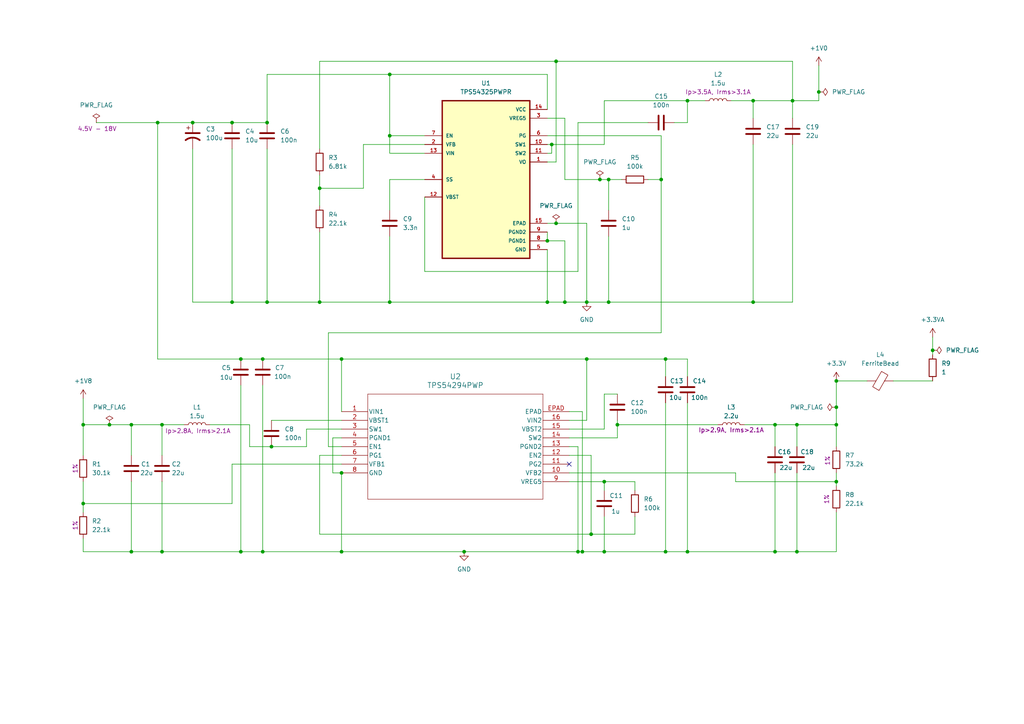
<source format=kicad_sch>
(kicad_sch (version 20250114) (generator "eeschema") (generator_version "9.0")
  (paper "A4")
  (title_block (title "FPGA power source") (date "2025-09-08") (rev "0"))
  (lib_symbols
    (symbol "Device:C" (pin_numbers (hide yes)) (pin_names (offset 0.254))
      (property "Reference" "C" (at 0.635 2.54 0))
      (property "Value" "C" (at 0.635 -2.54 0))
      (symbol "C_0_1"
        (polyline (pts (xy -2.032 0.762) (xy 2.032 0.762)) (stroke (width 0.508)))
        (polyline (pts (xy -2.032 -0.762) (xy 2.032 -0.762)) (stroke (width 0.508)))
      )
      (symbol "C_1_1"
        (pin passive line (at 0 3.81 270) (length 2.794) (name "~") (number "1"))
        (pin passive line (at 0 -3.81 90) (length 2.794) (name "~") (number "2"))
      )
    )
    (symbol "Device:C_Polarized_US" (pin_numbers (hide yes)) (pin_names (offset 0.254) (hide yes))
      (property "Reference" "C" (at 0.635 2.54 0))
      (property "Value" "C_Polarized_US" (at 0.635 -2.54 0))
      (symbol "C_Polarized_US_0_1"
        (polyline (pts (xy -2.032 0.762) (xy 2.032 0.762)) (stroke (width 0.508)))
        (polyline (pts (xy -1.778 2.286) (xy -0.762 2.286)))
        (polyline (pts (xy -1.27 1.778) (xy -1.27 2.794)))
        (arc (start -2.032 -1.27) (mid 0 -0.5572) (end 2.032 -1.27) (stroke (width 0.508)))
      )
      (symbol "C_Polarized_US_1_1"
        (pin passive line (at 0 3.81 270) (length 2.794) (name "~") (number "1"))
        (pin passive line (at 0 -3.81 90) (length 3.302) (name "~") (number "2"))
      )
    )
    (symbol "Device:FerriteBead" (pin_numbers (hide yes)) (pin_names (offset 0))
      (property "Reference" "FB" (at -3.81 0.635 90))
      (property "Value" "FerriteBead" (at 3.81 0 90))
      (symbol "FerriteBead_0_1"
        (polyline (pts (xy -2.7686 0.4064) (xy -1.7018 2.2606) (xy 2.7686 -0.3048) (xy 1.6764 -2.159) (xy -2.7686 0.4064)))
        (polyline (pts (xy 0 1.27) (xy 0 1.2954)))
        (polyline (pts (xy 0 -1.27) (xy 0 -1.2192)))
      )
      (symbol "FerriteBead_1_1"
        (pin passive line (at 0 3.81 270) (length 2.54) (name "~") (number "1"))
        (pin passive line (at 0 -3.81 90) (length 2.54) (name "~") (number "2"))
      )
    )
    (symbol "Device:L" (pin_numbers (hide yes)) (pin_names (offset 1.016) (hide yes))
      (property "Reference" "L" (at -1.27 0 90))
      (property "Value" "L" (at 1.905 0 90))
      (symbol "L_0_1"
        (arc (start 0 2.54) (mid 0.6323 1.905) (end 0 1.27))
        (arc (start 0 1.27) (mid 0.6323 0.635) (end 0 0))
        (arc (start 0 0) (mid 0.6323 -0.635) (end 0 -1.27))
        (arc (start 0 -1.27) (mid 0.6323 -1.905) (end 0 -2.54))
      )
      (symbol "L_1_1"
        (pin passive line (at 0 3.81 270) (length 1.27) (name "1") (number "1"))
        (pin passive line (at 0 -3.81 90) (length 1.27) (name "2") (number "2"))
      )
    )
    (symbol "Device:R" (pin_numbers (hide yes)) (pin_names (offset 0))
      (property "Reference" "R" (at 2.032 0 90))
      (property "Value" "R" (at 0 0 90))
      (symbol "R_0_1"
        (rectangle (start -1.016 -2.54) (end 1.016 2.54) (stroke (width 0.254)))
      )
      (symbol "R_1_1"
        (pin passive line (at 0 3.81 270) (length 1.27) (name "~") (number "1"))
        (pin passive line (at 0 -3.81 90) (length 1.27) (name "~") (number "2"))
      )
    )
    (symbol "R_1" (pin_numbers (hide yes)) (pin_names (offset 0))
      (property "Reference" "R" (at 2.032 0 90))
      (property "Value" "R" (at 0 0 90))
      (symbol "R_1_0_1"
        (rectangle (start -1.016 -2.54) (end 1.016 2.54) (stroke (width 0.254)))
      )
      (symbol "R_1_1_1"
        (pin passive line (at 0 3.81 270) (length 1.27) (name "~") (number "1"))
        (pin passive line (at 0 -3.81 90) (length 1.27) (name "~") (number "2"))
      )
    )
    (symbol "TPS54294:TPS54294PWP" (pin_names (offset 0.254))
      (property "Reference" "U" (at 33.02 10.16 0))
      (property "Value" "TPS54294PWP" (at 33.02 7.62 0))
      (symbol "TPS54294PWP_0_1"
        (polyline (pts (xy 7.62 5.08) (xy 7.62 -25.4)) (stroke (width 0.127)))
        (polyline (pts (xy 7.62 -25.4) (xy 58.42 -25.4)) (stroke (width 0.127)))
        (polyline (pts (xy 58.42 5.08) (xy 7.62 5.08)) (stroke (width 0.127)))
        (polyline (pts (xy 58.42 -25.4) (xy 58.42 5.08)) (stroke (width 0.127)))
        (pin input line (at 0 0 0) (length 7.62) (name "VIN1") (number "1"))
        (pin input line (at 0 -2.54 0) (length 7.62) (name "VBST1") (number "2"))
        (pin bidirectional line (at 0 -5.08 0) (length 7.62) (name "SW1") (number "3"))
        (pin bidirectional line (at 0 -7.62 0) (length 7.62) (name "PGND1") (number "4"))
        (pin input line (at 0 -10.16 0) (length 7.62) (name "EN1") (number "5"))
        (pin output line (at 0 -12.7 0) (length 7.62) (name "PG1") (number "6"))
        (pin input line (at 0 -15.24 0) (length 7.62) (name "VFB1") (number "7"))
        (pin bidirectional line (at 0 -17.78 0) (length 7.62) (name "GND") (number "8"))
        (pin unspecified line (at 66.04 0 180) (length 7.62) (name "EPAD") (number "EPAD"))
        (pin input line (at 66.04 -2.54 180) (length 7.62) (name "VIN2") (number "16"))
        (pin input line (at 66.04 -5.08 180) (length 7.62) (name "VBST2") (number "15"))
        (pin bidirectional line (at 66.04 -7.62 180) (length 7.62) (name "SW2") (number "14"))
        (pin bidirectional line (at 66.04 -10.16 180) (length 7.62) (name "PGND2") (number "13"))
        (pin input line (at 66.04 -12.7 180) (length 7.62) (name "EN2") (number "12"))
        (pin output line (at 66.04 -15.24 180) (length 7.62) (name "PG2") (number "11"))
        (pin input line (at 66.04 -17.78 180) (length 7.62) (name "VFB2") (number "10"))
        (pin output line (at 66.04 -20.32 180) (length 7.62) (name "VREG5") (number "9"))
      )
    )
    (symbol "TPS54325:TPS54325PWPR" (pin_names (offset 1.016))
      (property "Reference" "U" (at -12.7 23.86 0))
      (property "Value" "TPS54325PWPR" (at -12.7 -26.86 0))
      (symbol "TPS54325PWPR_0_0"
        (rectangle (start -12.7 -22.86) (end 12.7 22.86) (stroke (width 0.41)) (fill (type background)))
        (pin input line (at -17.78 12.7 0) (length 5.08) (name "EN") (number "7"))
        (pin input line (at -17.78 10.16 0) (length 5.08) (name "VFB") (number "2"))
        (pin input line (at -17.78 7.62 0) (length 5.08) (name "VIN") (number "13"))
        (pin bidirectional line (at -17.78 0 0) (length 5.08) (name "SS") (number "4"))
        (pin bidirectional line (at -17.78 -5.08 0) (length 5.08) (name "VBST") (number "12"))
        (pin power_in line (at 17.78 20.32 180) (length 5.08) (name "VCC") (number "14"))
        (pin power_in line (at 17.78 17.78 180) (length 5.08) (name "VREG5") (number "3"))
        (pin output line (at 17.78 12.7 180) (length 5.08) (name "PG") (number "6"))
        (pin output line (at 17.78 10.16 180) (length 5.08) (name "SW1") (number "10"))
        (pin output line (at 17.78 7.62 180) (length 5.08) (name "SW2") (number "11"))
        (pin output line (at 17.78 5.08 180) (length 5.08) (name "VO") (number "1"))
        (pin power_in line (at 17.78 -12.7 180) (length 5.08) (name "EPAD") (number "15"))
        (pin power_in line (at 17.78 -15.24 180) (length 5.08) (name "PGND2") (number "9"))
        (pin power_in line (at 17.78 -17.78 180) (length 5.08) (name "PGND1") (number "8"))
        (pin power_in line (at 17.78 -20.32 180) (length 5.08) (name "GND") (number "5"))
      )
    )
    (symbol "power:+1V0" (power) (pin_numbers (hide yes)) (pin_names (offset 0) (hide yes))
      (property "Value" "+1V0" (at 0 3.556 0))
      (symbol "+1V0_0_1"
        (polyline (pts (xy -0.762 1.27) (xy 0 2.54)))
        (polyline (pts (xy 0 2.54) (xy 0.762 1.27)))
        (polyline (pts (xy 0 0) (xy 0 2.54)))
      )
      (symbol "+1V0_1_1"
        (pin power_in line (at 0 0 90) (length 0) (name "~") (number "1"))
      )
    )
    (symbol "power:+1V8" (power) (pin_numbers (hide yes)) (pin_names (offset 0) (hide yes))
      (property "Value" "+1V8" (at 0 3.556 0))
      (symbol "+1V8_0_1"
        (polyline (pts (xy -0.762 1.27) (xy 0 2.54)))
        (polyline (pts (xy 0 2.54) (xy 0.762 1.27)))
        (polyline (pts (xy 0 0) (xy 0 2.54)))
      )
      (symbol "+1V8_1_1"
        (pin power_in line (at 0 0 90) (length 0) (name "~") (number "1"))
      )
    )
    (symbol "power:+3.3V" (power) (pin_numbers (hide yes)) (pin_names (offset 0) (hide yes))
      (property "Value" "+3.3V" (at 0 3.556 0))
      (symbol "+3.3V_0_1"
        (polyline (pts (xy -0.762 1.27) (xy 0 2.54)))
        (polyline (pts (xy 0 2.54) (xy 0.762 1.27)))
        (polyline (pts (xy 0 0) (xy 0 2.54)))
      )
      (symbol "+3.3V_1_1"
        (pin power_in line (at 0 0 90) (length 0) (name "~") (number "1"))
      )
    )
    (symbol "power:+3.3VA" (power) (pin_numbers (hide yes)) (pin_names (offset 0) (hide yes))
      (property "Value" "+3.3VA" (at 0 3.556 0))
      (symbol "+3.3VA_0_1"
        (polyline (pts (xy -0.762 1.27) (xy 0 2.54)))
        (polyline (pts (xy 0 2.54) (xy 0.762 1.27)))
        (polyline (pts (xy 0 0) (xy 0 2.54)))
      )
      (symbol "+3.3VA_1_1"
        (pin power_in line (at 0 0 90) (length 0) (name "~") (number "1"))
      )
    )
    (symbol "power:GND" (power) (pin_numbers (hide yes)) (pin_names (offset 0) (hide yes))
      (property "Value" "GND" (at 0 -3.81 0))
      (symbol "GND_0_1"
        (polyline (pts (xy 0 0) (xy 0 -1.27) (xy 1.27 -1.27) (xy 0 -2.54) (xy -1.27 -1.27) (xy 0 -1.27)))
      )
      (symbol "GND_1_1"
        (pin power_in line (at 0 0 270) (length 0) (name "~") (number "1"))
      )
    )
    (symbol "power:PWR_FLAG" (power) (pin_numbers (hide yes)) (pin_names (offset 0) (hide yes))
      (property "Value" "PWR_FLAG" (at 0 3.81 0))
      (symbol "PWR_FLAG_0_0"
        (pin power_out line (at 0 0 90) (length 0) (name "~") (number "1"))
      )
      (symbol "PWR_FLAG_0_1"
        (polyline (pts (xy 0 0) (xy 0 1.27) (xy -1.016 1.905) (xy 0 2.54) (xy 1.016 1.905) (xy 0 1.27)))
      )
    )
  )
  (junction (at 175.26 139.7))
  (junction (at 229.87 29.21))
  (junction (at 170.18 87.63))
  (junction (at 191.77 52.07))
  (junction (at 171.45 154.94))
  (junction (at 99.06 104.14))
  (junction (at 99.06 160.02))
  (junction (at 170.18 104.14))
  (junction (at 218.44 29.21))
  (junction (at 113.03 21.59))
  (junction (at 224.79 160.02))
  (junction (at 31.75 123.19))
  (junction (at 67.31 87.63))
  (junction (at 158.75 69.85))
  (junction (at 163.83 87.63))
  (junction (at 218.44 87.63))
  (junction (at 113.03 87.63))
  (junction (at 167.64 160.02))
  (junction (at 77.47 87.63))
  (junction (at 199.39 160.02))
  (junction (at 242.57 118.11))
  (junction (at 179.07 123.19))
  (junction (at 270.51 101.6))
  (junction (at 46.99 160.02))
  (junction (at 45.72 35.56))
  (junction (at 224.79 123.19))
  (junction (at 76.2 104.14))
  (junction (at 46.99 123.19))
  (junction (at 38.1 123.19))
  (junction (at 242.57 123.19))
  (junction (at 38.1 160.02))
  (junction (at 77.47 35.56))
  (junction (at 231.14 123.19))
  (junction (at 158.75 87.63))
  (junction (at 24.13 123.19))
  (junction (at 242.57 110.49))
  (junction (at 176.53 52.07))
  (junction (at 113.03 39.37))
  (junction (at 231.14 160.02))
  (junction (at 199.39 29.21))
  (junction (at 160.02 41.91))
  (junction (at 168.91 160.02))
  (junction (at 55.88 35.56))
  (junction (at 24.13 146.05))
  (junction (at 69.85 160.02))
  (junction (at 237.49 26.67))
  (junction (at 78.74 129.54))
  (junction (at 67.31 35.56))
  (junction (at 134.62 160.02))
  (junction (at 176.53 87.63))
  (junction (at 242.57 139.7))
  (junction (at 92.71 54.61))
  (junction (at 92.71 87.63))
  (junction (at 193.04 104.14))
  (junction (at 69.85 104.14))
  (junction (at 161.29 17.78))
  (junction (at 173.99 52.07))
  (junction (at 175.26 160.02))
  (junction (at 99.06 137.16))
  (junction (at 193.04 160.02))
  (junction (at 161.29 64.77))
  (junction (at 76.2 160.02))
  (no_connect (at 165.1 134.62))
  (wire (pts (xy 191.77 52.07) (xy 191.77 39.37)))
  (wire (pts (xy 163.83 52.07) (xy 173.99 52.07)))
  (wire (pts (xy 158.75 21.59) (xy 113.03 21.59)))
  (wire (pts (xy 46.99 160.02) (xy 69.85 160.02)))
  (wire (pts (xy 105.41 41.91) (xy 105.41 54.61)))
  (wire (pts (xy 99.06 132.08) (xy 92.71 132.08)))
  (wire (pts (xy 242.57 123.19) (xy 231.14 123.19)))
  (wire (pts (xy 170.18 104.14) (xy 170.18 121.92)))
  (wire (pts (xy 38.1 160.02) (xy 46.99 160.02)))
  (wire (pts (xy 167.64 160.02) (xy 168.91 160.02)))
  (wire (pts (xy 72.39 129.54) (xy 72.39 123.19)))
  (wire (pts (xy 193.04 109.22) (xy 193.04 104.14)))
  (wire (pts (xy 95.25 96.52) (xy 95.25 129.54)))
  (wire (pts (xy 67.31 87.63) (xy 77.47 87.63)))
  (wire (pts (xy 193.04 116.84) (xy 193.04 160.02)))
  (wire (pts (xy 76.2 160.02) (xy 99.06 160.02)))
  (wire (pts (xy 161.29 46.99) (xy 161.29 17.78)))
  (wire (pts (xy 224.79 137.16) (xy 224.79 160.02)))
  (wire (pts (xy 24.13 139.7) (xy 24.13 146.05)))
  (wire (pts (xy 99.06 104.14) (xy 170.18 104.14)))
  (wire (pts (xy 231.14 137.16) (xy 231.14 160.02)))
  (wire (pts (xy 78.74 121.92) (xy 99.06 121.92)))
  (wire (pts (xy 24.13 123.19) (xy 24.13 132.08)))
  (wire (pts (xy 237.49 29.21) (xy 237.49 26.67)))
  (wire (pts (xy 173.99 52.07) (xy 176.53 52.07)))
  (wire (pts (xy 77.47 21.59) (xy 77.47 35.56)))
  (wire (pts (xy 92.71 87.63) (xy 113.03 87.63)))
  (wire (pts (xy 55.88 35.56) (xy 67.31 35.56)))
  (wire (pts (xy 99.06 124.46) (xy 88.9 124.46)))
  (wire (pts (xy 113.03 68.58) (xy 113.03 87.63)))
  (wire (pts (xy 179.07 123.19) (xy 179.07 121.92)))
  (wire (pts (xy 113.03 21.59) (xy 77.47 21.59)))
  (wire (pts (xy 176.53 68.58) (xy 176.53 87.63)))
  (wire (pts (xy 69.85 104.14) (xy 76.2 104.14)))
  (wire (pts (xy 229.87 29.21) (xy 237.49 29.21)))
  (wire (pts (xy 191.77 52.07) (xy 191.77 96.52)))
  (wire (pts (xy 113.03 21.59) (xy 113.03 39.37)))
  (wire (pts (xy 92.71 154.94) (xy 171.45 154.94)))
  (wire (pts (xy 176.53 52.07) (xy 176.53 60.96)))
  (wire (pts (xy 259.08 110.49) (xy 270.51 110.49)))
  (wire (pts (xy 92.71 67.31) (xy 92.71 87.63)))
  (wire (pts (xy 92.71 17.78) (xy 92.71 43.18)))
  (wire (pts (xy 237.49 26.67) (xy 237.49 19.05)))
  (wire (pts (xy 229.87 29.21) (xy 229.87 34.29)))
  (wire (pts (xy 99.06 134.62) (xy 67.31 134.62)))
  (wire (pts (xy 67.31 43.18) (xy 67.31 87.63)))
  (wire (pts (xy 242.57 110.49) (xy 251.46 110.49)))
  (wire (pts (xy 99.06 127) (xy 96.52 127)))
  (wire (pts (xy 96.52 137.16) (xy 99.06 137.16)))
  (wire (pts (xy 165.1 132.08) (xy 171.45 132.08)))
  (wire (pts (xy 77.47 87.63) (xy 92.71 87.63)))
  (wire (pts (xy 123.19 57.15) (xy 123.19 78.74)))
  (wire (pts (xy 113.03 39.37) (xy 123.19 39.37)))
  (wire (pts (xy 184.15 149.86) (xy 184.15 154.94)))
  (wire (pts (xy 170.18 87.63) (xy 176.53 87.63)))
  (wire (pts (xy 175.26 139.7) (xy 175.26 142.24)))
  (wire (pts (xy 175.26 149.86) (xy 175.26 160.02)))
  (wire (pts (xy 199.39 35.56) (xy 199.39 29.21)))
  (wire (pts (xy 113.03 87.63) (xy 158.75 87.63)))
  (wire (pts (xy 45.72 35.56) (xy 45.72 104.14)))
  (wire (pts (xy 242.57 139.7) (xy 242.57 140.97)))
  (wire (pts (xy 231.14 123.19) (xy 224.79 123.19)))
  (wire (pts (xy 175.26 139.7) (xy 184.15 139.7)))
  (wire (pts (xy 167.64 78.74) (xy 167.64 35.56)))
  (wire (pts (xy 45.72 104.14) (xy 69.85 104.14)))
  (wire (pts (xy 195.58 35.56) (xy 199.39 35.56)))
  (wire (pts (xy 242.57 118.11) (xy 242.57 123.19)))
  (wire (pts (xy 113.03 39.37) (xy 113.03 44.45)))
  (wire (pts (xy 88.9 129.54) (xy 78.74 129.54)))
  (wire (pts (xy 212.09 29.21) (xy 218.44 29.21)))
  (wire (pts (xy 165.1 129.54) (xy 167.64 129.54)))
  (wire (pts (xy 170.18 64.77) (xy 170.18 87.63)))
  (wire (pts (xy 242.57 110.49) (xy 242.57 118.11)))
  (wire (pts (xy 187.96 52.07) (xy 191.77 52.07)))
  (wire (pts (xy 158.75 31.75) (xy 158.75 21.59)))
  (wire (pts (xy 168.91 119.38) (xy 168.91 160.02)))
  (wire (pts (xy 167.64 35.56) (xy 187.96 35.56)))
  (wire (pts (xy 96.52 127) (xy 96.52 137.16)))
  (wire (pts (xy 168.91 160.02) (xy 175.26 160.02)))
  (wire (pts (xy 184.15 139.7) (xy 184.15 142.24)))
  (wire (pts (xy 46.99 139.7) (xy 46.99 160.02)))
  (wire (pts (xy 113.03 52.07) (xy 113.03 60.96)))
  (wire (pts (xy 175.26 41.91) (xy 175.26 29.21)))
  (wire (pts (xy 31.75 123.19) (xy 24.13 123.19)))
  (wire (pts (xy 229.87 87.63) (xy 218.44 87.63)))
  (wire (pts (xy 88.9 124.46) (xy 88.9 129.54)))
  (wire (pts (xy 158.75 34.29) (xy 163.83 34.29)))
  (wire (pts (xy 38.1 123.19) (xy 31.75 123.19)))
  (wire (pts (xy 218.44 29.21) (xy 229.87 29.21)))
  (wire (pts (xy 170.18 104.14) (xy 193.04 104.14)))
  (wire (pts (xy 55.88 43.18) (xy 55.88 87.63)))
  (wire (pts (xy 170.18 87.63) (xy 163.83 87.63)))
  (wire (pts (xy 55.88 87.63) (xy 67.31 87.63)))
  (wire (pts (xy 24.13 115.57) (xy 24.13 123.19)))
  (wire (pts (xy 191.77 39.37) (xy 158.75 39.37)))
  (wire (pts (xy 99.06 160.02) (xy 99.06 137.16)))
  (wire (pts (xy 123.19 78.74) (xy 167.64 78.74)))
  (wire (pts (xy 199.39 116.84) (xy 199.39 160.02)))
  (wire (pts (xy 55.88 35.56) (xy 45.72 35.56)))
  (wire (pts (xy 213.36 137.16) (xy 213.36 139.7)))
  (wire (pts (xy 242.57 137.16) (xy 242.57 139.7)))
  (wire (pts (xy 161.29 64.77) (xy 170.18 64.77)))
  (wire (pts (xy 123.19 41.91) (xy 105.41 41.91)))
  (wire (pts (xy 99.06 119.38) (xy 99.06 104.14)))
  (wire (pts (xy 38.1 139.7) (xy 38.1 160.02)))
  (wire (pts (xy 242.57 129.54) (xy 242.57 123.19)))
  (wire (pts (xy 92.71 132.08) (xy 92.71 154.94)))
  (wire (pts (xy 176.53 52.07) (xy 180.34 52.07)))
  (wire (pts (xy 76.2 104.14) (xy 99.06 104.14)))
  (wire (pts (xy 78.74 129.54) (xy 72.39 129.54)))
  (wire (pts (xy 158.75 69.85) (xy 163.83 69.85)))
  (wire (pts (xy 270.51 97.79) (xy 270.51 101.6)))
  (wire (pts (xy 69.85 160.02) (xy 76.2 160.02)))
  (wire (pts (xy 158.75 44.45) (xy 160.02 44.45)))
  (wire (pts (xy 176.53 87.63) (xy 218.44 87.63)))
  (wire (pts (xy 163.83 87.63) (xy 158.75 87.63)))
  (wire (pts (xy 193.04 104.14) (xy 199.39 104.14)))
  (wire (pts (xy 171.45 154.94) (xy 171.45 132.08)))
  (wire (pts (xy 24.13 156.21) (xy 24.13 160.02)))
  (wire (pts (xy 27.94 35.56) (xy 45.72 35.56)))
  (wire (pts (xy 191.77 96.52) (xy 95.25 96.52)))
  (wire (pts (xy 46.99 123.19) (xy 46.99 132.08)))
  (wire (pts (xy 170.18 121.92) (xy 165.1 121.92)))
  (wire (pts (xy 175.26 160.02) (xy 193.04 160.02)))
  (wire (pts (xy 123.19 44.45) (xy 113.03 44.45)))
  (wire (pts (xy 158.75 41.91) (xy 160.02 41.91)))
  (wire (pts (xy 242.57 148.59) (xy 242.57 160.02)))
  (wire (pts (xy 24.13 160.02) (xy 38.1 160.02)))
  (wire (pts (xy 175.26 124.46) (xy 175.26 114.3)))
  (wire (pts (xy 160.02 41.91) (xy 160.02 44.45)))
  (wire (pts (xy 224.79 123.19) (xy 224.79 129.54)))
  (wire (pts (xy 95.25 129.54) (xy 99.06 129.54)))
  (wire (pts (xy 213.36 139.7) (xy 242.57 139.7)))
  (wire (pts (xy 165.1 137.16) (xy 213.36 137.16)))
  (wire (pts (xy 208.28 123.19) (xy 179.07 123.19)))
  (wire (pts (xy 224.79 160.02) (xy 231.14 160.02)))
  (wire (pts (xy 229.87 29.21) (xy 229.87 17.78)))
  (wire (pts (xy 163.83 34.29) (xy 163.83 52.07)))
  (wire (pts (xy 165.1 124.46) (xy 175.26 124.46)))
  (wire (pts (xy 77.47 43.18) (xy 77.47 87.63)))
  (wire (pts (xy 92.71 54.61) (xy 105.41 54.61)))
  (wire (pts (xy 38.1 123.19) (xy 46.99 123.19)))
  (wire (pts (xy 163.83 69.85) (xy 163.83 87.63)))
  (wire (pts (xy 67.31 146.05) (xy 24.13 146.05)))
  (wire (pts (xy 270.51 101.6) (xy 270.51 102.87)))
  (wire (pts (xy 67.31 134.62) (xy 67.31 146.05)))
  (wire (pts (xy 160.02 41.91) (xy 175.26 41.91)))
  (wire (pts (xy 231.14 160.02) (xy 242.57 160.02)))
  (wire (pts (xy 67.31 35.56) (xy 77.47 35.56)))
  (wire (pts (xy 46.99 123.19) (xy 53.34 123.19)))
  (wire (pts (xy 175.26 114.3) (xy 179.07 114.3)))
  (wire (pts (xy 92.71 50.8) (xy 92.71 54.61)))
  (wire (pts (xy 158.75 72.39) (xy 158.75 87.63)))
  (wire (pts (xy 184.15 154.94) (xy 171.45 154.94)))
  (wire (pts (xy 199.39 29.21) (xy 204.47 29.21)))
  (wire (pts (xy 179.07 123.19) (xy 179.07 127)))
  (wire (pts (xy 134.62 160.02) (xy 167.64 160.02)))
  (wire (pts (xy 161.29 17.78) (xy 92.71 17.78)))
  (wire (pts (xy 199.39 104.14) (xy 199.39 109.22)))
  (wire (pts (xy 123.19 52.07) (xy 113.03 52.07)))
  (wire (pts (xy 231.14 123.19) (xy 231.14 129.54)))
  (wire (pts (xy 224.79 123.19) (xy 215.9 123.19)))
  (wire (pts (xy 165.1 119.38) (xy 168.91 119.38)))
  (wire (pts (xy 158.75 67.31) (xy 158.75 69.85)))
  (wire (pts (xy 218.44 41.91) (xy 218.44 87.63)))
  (wire (pts (xy 24.13 146.05) (xy 24.13 148.59)))
  (wire (pts (xy 69.85 111.76) (xy 69.85 160.02)))
  (wire (pts (xy 193.04 160.02) (xy 199.39 160.02)))
  (wire (pts (xy 158.75 46.99) (xy 161.29 46.99)))
  (wire (pts (xy 72.39 123.19) (xy 60.96 123.19)))
  (wire (pts (xy 167.64 129.54) (xy 167.64 160.02)))
  (wire (pts (xy 92.71 54.61) (xy 92.71 59.69)))
  (wire (pts (xy 229.87 41.91) (xy 229.87 87.63)))
  (wire (pts (xy 218.44 29.21) (xy 218.44 34.29)))
  (wire (pts (xy 99.06 160.02) (xy 134.62 160.02)))
  (wire (pts (xy 38.1 123.19) (xy 38.1 132.08)))
  (wire (pts (xy 165.1 127) (xy 179.07 127)))
  (wire (pts (xy 76.2 111.76) (xy 76.2 160.02)))
  (wire (pts (xy 158.75 64.77) (xy 161.29 64.77)))
  (wire (pts (xy 199.39 160.02) (xy 224.79 160.02)))
  (wire (pts (xy 229.87 17.78) (xy 161.29 17.78)))
  (wire (pts (xy 175.26 29.21) (xy 199.39 29.21)))
  (wire (pts (xy 165.1 139.7) (xy 175.26 139.7)))
  (symbol (lib_id "power:+3.3V") (at 242.57 110.49 0) (unit 1)
    (property "Reference" "#PWR05" (effects (hide yes)))
    (property "Value" "+3.3V" (at 242.57 105.41 0))
    (property "Description" "Power symbol creates a global label with name \"+3.3V\"" (effects (hide yes)))
  )
  (symbol (lib_id "Device:R") (at 242.57 133.35 0) (unit 1)
    (property "Reference" "R7" (at 245.11 132.0799 0) (effects (justify left)))
    (property "Value" "73.2k" (at 245.11 134.6199 0) (effects (justify left)))
    (property "Footprint" "Resistor_SMD:R_0805_2012Metric" (effects (hide yes)))
    (property "Description" "1%" (at 240.03 133.604 90))
  )
  (symbol (lib_id "Device:C") (at 176.53 64.77 0) (unit 1)
    (property "Reference" "C10" (at 180.34 63.4999 0) (effects (justify left)))
    (property "Value" "1u" (at 180.34 66.0399 0) (effects (justify left)))
    (property "Description" "Unpolarized capacitor" (effects (hide yes)))
  )
  (symbol (lib_id "Device:R") (at 184.15 52.07 270) (unit 1)
    (property "Reference" "R5" (at 184.15 45.72 90))
    (property "Value" "100k" (at 184.15 48.26 90))
    (property "Footprint" "Resistor_SMD:R_0805_2012Metric" (effects (hide yes)))
    (property "Description" "Resistor" (effects (hide yes)))
  )
  (symbol (lib_id "power:GND") (at 134.62 160.02 0) (unit 1)
    (property "Reference" "#PWR04" (effects (hide yes)))
    (property "Value" "GND" (at 134.62 165.1 0))
    (property "Description" "Power symbol creates a global label with name \"GND\" , ground" (effects (hide yes)))
  )
  (symbol (lib_id "Device:C") (at 76.2 107.95 0) (unit 1)
    (property "Reference" "C7" (at 79.756 106.68 0) (effects (justify left)))
    (property "Value" "100n" (at 79.502 109.22 0) (effects (justify left)))
    (property "Description" "Unpolarized capacitor" (effects (hide yes)))
  )
  (symbol (lib_id "Device:C") (at 191.77 35.56 90) (unit 1)
    (property "Reference" "C15" (at 191.77 27.94 90))
    (property "Value" "100n" (at 191.77 30.48 90))
    (property "Description" "Unpolarized capacitor" (effects (hide yes)))
  )
  (symbol (lib_id "Device:R") (at 242.57 144.78 0) (unit 1)
    (property "Reference" "R8" (at 245.11 143.5099 0) (effects (justify left)))
    (property "Value" "22.1k" (at 245.11 146.0499 0) (effects (justify left)))
    (property "Footprint" "Resistor_SMD:R_0805_2012Metric" (effects (hide yes)))
    (property "Description" "1%" (at 239.776 144.78 90))
  )
  (symbol (lib_id "Device:L") (at 57.15 123.19 90) (unit 1)
    (property "Reference" "L1" (at 57.15 118.11 90))
    (property "Value" "1.5u" (at 57.15 120.65 90))
    (property "Footprint" "Inductor_SMD:L_0805_2012Metric" (effects (hide yes)))
    (property "Description" "Ip>2.8A, Irms>2.1A" (at 57.404 124.968 90))
  )
  (symbol (lib_id "Device:L") (at 212.09 123.19 90) (unit 1)
    (property "Reference" "L3" (at 212.09 118.11 90))
    (property "Value" "2.2u" (at 212.09 120.65 90))
    (property "Footprint" "Inductor_SMD:L_0805_2012Metric" (effects (hide yes)))
    (property "Description" "Ip>2.9A, Irms>2.1A" (at 212.09 124.714 90))
  )
  (symbol (lib_id "Device:C") (at 67.31 39.37 0) (unit 1)
    (property "Reference" "C4" (at 71.12 38.0999 0) (effects (justify left)))
    (property "Value" "10u" (at 71.12 40.6399 0) (effects (justify left)))
    (property "Footprint" "Capacitor_SMD:C_0805_2012Metric" (effects (hide yes)))
    (property "Description" "Unpolarized capacitor" (effects (hide yes)))
  )
  (symbol (lib_id "TPS54294:TPS54294PWP") (at 99.06 119.38 0) (unit 1)
    (property "Reference" "U2" (at 132.08 109.22 0) (effects (font (size 1.524 1.524))))
    (property "Value" "TPS54294PWP" (at 132.08 111.76 0) (effects (font (size 1.524 1.524))))
    (property "Footprint" "TPS54294PWP:PWP16_2P31X2P46" (effects (hide yes)))
    (property "Datasheet" "https://www.ti.com/lit/gpn/tps54294" (effects (hide yes)))
  )
  (symbol (lib_id "power:PWR_FLAG") (at 31.75 123.19 0) (unit 1)
    (property "Reference" "#FLG05" (effects (hide yes)))
    (property "Value" "PWR_FLAG" (at 31.75 118.11 0))
    (property "Description" "Special symbol for telling ERC where power comes from" (effects (hide yes)))
  )
  (symbol (lib_id "Device:R") (at 24.13 152.4 0) (unit 1)
    (property "Reference" "R2" (at 26.67 151.1299 0) (effects (justify left)))
    (property "Value" "22.1k" (at 26.67 153.6699 0) (effects (justify left)))
    (property "Footprint" "Resistor_SMD:R_0805_2012Metric" (effects (hide yes)))
    (property "Description" "1%" (at 21.844 152.4 90))
  )
  (symbol (lib_id "power:PWR_FLAG") (at 173.99 52.07 0) (unit 1)
    (property "Reference" "#FLG06" (effects (hide yes)))
    (property "Value" "PWR_FLAG" (at 173.99 46.99 0))
    (property "Description" "Special symbol for telling ERC where power comes from" (effects (hide yes)))
  )
  (symbol (lib_id "power:PWR_FLAG") (at 242.57 118.11 90) (unit 1)
    (property "Reference" "#FLG04" (effects (hide yes)))
    (property "Value" "PWR_FLAG" (at 238.76 118.1099 90) (effects (justify left)))
    (property "Description" "Special symbol for telling ERC where power comes from" (effects (hide yes)))
  )
  (symbol (lib_id "Device:R") (at 24.13 135.89 0) (unit 1)
    (property "Reference" "R1" (at 26.67 134.6199 0) (effects (justify left)))
    (property "Value" "30.1k" (at 26.67 137.1599 0) (effects (justify left)))
    (property "Footprint" "Resistor_SMD:R_0805_2012Metric" (effects (hide yes)))
    (property "Description" "1%" (at 21.844 135.89 90))
  )
  (symbol (lib_id "Device:FerriteBead") (at 255.27 110.49 270) (unit 1)
    (property "Reference" "L4" (at 255.3208 102.87 90))
    (property "Value" "FerriteBead" (at 255.3208 105.41 90))
    (property "Description" "Ferrite bead" (effects (hide yes)))
  )
  (symbol (lib_id "power:GND") (at 170.18 87.63 0) (unit 1)
    (property "Reference" "#PWR02" (effects (hide yes)))
    (property "Value" "GND" (at 170.18 92.71 0))
    (property "Description" "Power symbol creates a global label with name \"GND\" , ground" (effects (hide yes)))
  )
  (symbol (lib_id "power:PWR_FLAG") (at 27.94 35.56 0) (unit 1)
    (property "Reference" "#FLG01" (effects (hide yes)))
    (property "Value" "PWR_FLAG" (at 27.94 30.48 0))
    (property "Description" "4.5V - 18V" (at 28.194 37.338 0))
  )
  (symbol (lib_id "Device:C") (at 231.14 133.35 0) (unit 1)
    (property "Reference" "C18" (at 232.156 131.064 0) (effects (justify left)))
    (property "Value" "22u" (at 232.664 135.636 0) (effects (justify left)))
    (property "Description" "Unpolarized capacitor" (effects (hide yes)))
  )
  (symbol (lib_id "Device:L") (at 208.28 29.21 90) (unit 1)
    (property "Reference" "L2" (at 208.28 21.59 90))
    (property "Value" "1.5u" (at 208.28 24.13 90))
    (property "Footprint" "Inductor_SMD:L_0805_2012Metric" (effects (hide yes)))
    (property "Description" "Ip>3.5A, Irms>3.1A" (at 208.28 26.67 90))
  )
  (symbol (lib_id "Device:C") (at 218.44 38.1 0) (unit 1)
    (property "Reference" "C17" (at 222.25 36.8299 0) (effects (justify left)))
    (property "Value" "22u" (at 222.25 39.3699 0) (effects (justify left)))
    (property "Description" "Unpolarized capacitor" (effects (hide yes)))
  )
  (symbol (lib_id "Device:C") (at 78.74 125.73 0) (unit 1)
    (property "Reference" "C8" (at 82.55 124.4599 0) (effects (justify left)))
    (property "Value" "100n" (at 82.55 126.9999 0) (effects (justify left)))
    (property "Description" "Unpolarized capacitor" (effects (hide yes)))
  )
  (symbol (lib_id "power:+1V8") (at 24.13 115.57 0) (unit 1)
    (property "Reference" "#PWR03" (effects (hide yes)))
    (property "Value" "+1V8" (at 24.13 110.49 0))
    (property "Description" "Power symbol creates a global label with name \"+1V8\"" (effects (hide yes)))
  )
  (symbol (lib_name "R_1") (lib_id "Device:R") (at 92.71 46.99 0) (unit 1)
    (property "Reference" "R3" (at 95.25 45.7199 0) (effects (justify left)))
    (property "Value" "6.81k" (at 95.25 48.2599 0) (effects (justify left)))
    (property "Footprint" "Resistor_SMD:R_0805_2012Metric" (effects (hide yes)))
    (property "Description" "Resistor" (effects (hide yes)))
  )
  (symbol (lib_id "Device:C") (at 46.99 135.89 180) (unit 1)
    (property "Reference" "C2" (at 49.784 134.62 0) (effects (justify right)))
    (property "Value" "22u" (at 49.784 137.16 0) (effects (justify right)))
    (property "Footprint" "Capacitor_SMD:C_0805_2012Metric" (effects (hide yes)))
    (property "Description" "Unpolarized capacitor" (effects (hide yes)))
  )
  (symbol (lib_id "power:+3.3VA") (at 270.51 97.79 0) (unit 1)
    (property "Reference" "#PWR06" (effects (hide yes)))
    (property "Value" "+3.3VA" (at 270.51 92.71 0))
    (property "Description" "Power symbol creates a global label with name \"+3.3VA\"" (effects (hide yes)))
  )
  (symbol (lib_id "Device:C") (at 38.1 135.89 0) (unit 1)
    (property "Reference" "C1" (at 40.894 134.62 0) (effects (justify left)))
    (property "Value" "22u" (at 40.64 137.16 0) (effects (justify left)))
    (property "Footprint" "Capacitor_SMD:C_0805_2012Metric" (effects (hide yes)))
    (property "Description" "Unpolarized capacitor" (effects (hide yes)))
  )
  (symbol (lib_id "Device:R") (at 92.71 63.5 0) (unit 1)
    (property "Reference" "R4" (at 95.25 62.2299 0) (effects (justify left)))
    (property "Value" "22.1k" (at 95.25 64.7699 0) (effects (justify left)))
    (property "Footprint" "Resistor_SMD:R_0805_2012Metric" (effects (hide yes)))
    (property "Description" "Resistor" (effects (hide yes)))
  )
  (symbol (lib_id "power:PWR_FLAG") (at 270.51 101.6 270) (unit 1)
    (property "Reference" "#FLG02" (effects (hide yes)))
    (property "Value" "PWR_FLAG" (at 274.32 101.5999 90) (effects (justify left)))
    (property "Description" "Special symbol for telling ERC where power comes from" (effects (hide yes)))
  )
  (symbol (lib_id "Device:C") (at 175.26 146.05 0) (unit 1)
    (property "Reference" "C11" (at 176.784 143.764 0) (effects (justify left)))
    (property "Value" "1u" (at 177.292 148.336 0) (effects (justify left)))
    (property "Description" "Unpolarized capacitor" (effects (hide yes)))
  )
  (symbol (lib_id "Device:C") (at 77.47 39.37 0) (unit 1)
    (property "Reference" "C6" (at 81.28 38.0999 0) (effects (justify left)))
    (property "Value" "100n" (at 81.28 40.6399 0) (effects (justify left)))
    (property "Description" "Unpolarized capacitor" (effects (hide yes)))
  )
  (symbol (lib_id "Device:R") (at 270.51 106.68 0) (unit 1)
    (property "Reference" "R9" (at 273.05 105.4099 0) (effects (justify left)))
    (property "Value" "1" (at 273.05 107.9499 0) (effects (justify left)))
    (property "Footprint" "Resistor_SMD:R_0805_2012Metric" (effects (hide yes)))
    (property "Description" "Resistor" (effects (hide yes)))
  )
  (symbol (lib_id "power:PWR_FLAG") (at 161.29 64.77 0) (unit 1)
    (property "Reference" "#FLG07" (effects (hide yes)))
    (property "Value" "PWR_FLAG" (at 161.29 59.69 0))
    (property "Description" "Special symbol for telling ERC where power comes from" (effects (hide yes)))
  )
  (symbol (lib_id "Device:C") (at 193.04 113.03 0) (unit 1)
    (property "Reference" "C13" (at 194.31 110.49 0) (effects (justify left)))
    (property "Value" "10u" (at 194.056 115.316 0) (effects (justify left)))
    (property "Description" "Unpolarized capacitor" (effects (hide yes)))
  )
  (symbol (lib_id "Device:C_Polarized_US") (at 55.88 39.37 0) (unit 1)
    (property "Reference" "C3" (at 59.69 37.4649 0) (effects (justify left)))
    (property "Value" "100u" (at 59.69 40.0049 0) (effects (justify left)))
    (property "Footprint" "Capacitor_SMD:C_0805_2012Metric" (effects (hide yes)))
    (property "Description" "Polarized capacitor, US symbol" (effects (hide yes)))
  )
  (symbol (lib_id "Device:C") (at 113.03 64.77 0) (unit 1)
    (property "Reference" "C9" (at 116.84 63.4999 0) (effects (justify left)))
    (property "Value" "3.3n" (at 116.84 66.0399 0) (effects (justify left)))
    (property "Description" "Unpolarized capacitor" (effects (hide yes)))
  )
  (symbol (lib_id "Device:R") (at 184.15 146.05 0) (unit 1)
    (property "Reference" "R6" (at 186.69 144.7799 0) (effects (justify left)))
    (property "Value" "100k" (at 186.69 147.3199 0) (effects (justify left)))
    (property "Footprint" "Resistor_SMD:R_0805_2012Metric" (effects (hide yes)))
    (property "Description" "Resistor" (effects (hide yes)))
  )
  (symbol (lib_id "power:+1V0") (at 237.49 19.05 0) (unit 1)
    (property "Reference" "#PWR01" (effects (hide yes)))
    (property "Value" "+1V0" (at 237.49 13.97 0))
    (property "Description" "Power symbol creates a global label with name \"+1V0\"" (effects (hide yes)))
  )
  (symbol (lib_id "Device:C") (at 199.39 113.03 0) (unit 1)
    (property "Reference" "C14" (at 200.914 110.49 0) (effects (justify left)))
    (property "Value" "100n" (at 200.406 115.316 0) (effects (justify left)))
    (property "Description" "Unpolarized capacitor" (effects (hide yes)))
  )
  (symbol (lib_id "power:PWR_FLAG") (at 237.49 26.67 270) (unit 1)
    (property "Reference" "#FLG03" (effects (hide yes)))
    (property "Value" "PWR_FLAG" (at 241.3 26.6699 90) (effects (justify left)))
    (property "Description" "Special symbol for telling ERC where power comes from" (effects (hide yes)))
  )
  (symbol (lib_id "Device:C") (at 224.79 133.35 0) (unit 1)
    (property "Reference" "C16" (at 225.552 131.064 0) (effects (justify left)))
    (property "Value" "22u" (at 226.06 135.636 0) (effects (justify left)))
    (property "Description" "Unpolarized capacitor" (effects (hide yes)))
  )
  (symbol (lib_id "Device:C") (at 69.85 107.95 0) (unit 1)
    (property "Reference" "C5" (at 64.262 106.68 0) (effects (justify left)))
    (property "Value" "10u" (at 63.754 109.474 0) (effects (justify left)))
    (property "Footprint" "Capacitor_SMD:C_0805_2012Metric" (effects (hide yes)))
    (property "Description" "Unpolarized capacitor" (effects (hide yes)))
  )
  (symbol (lib_id "Device:C") (at 229.87 38.1 0) (unit 1)
    (property "Reference" "C19" (at 233.68 36.8299 0) (effects (justify left)))
    (property "Value" "22u" (at 233.68 39.3699 0) (effects (justify left)))
    (property "Description" "Unpolarized capacitor" (effects (hide yes)))
  )
  (symbol (lib_id "TPS54325:TPS54325PWPR") (at 140.97 52.07 0) (unit 1)
    (property "Reference" "U1" (at 140.97 24.13 0))
    (property "Value" "TPS54325PWPR" (at 140.97 26.67 0))
    (property "Footprint" "TPS54325PWPR:PWP14_2P31X2P46" (effects (hide yes)))
  )
  (symbol (lib_id "Device:C") (at 179.07 118.11 0) (unit 1)
    (property "Reference" "C12" (at 182.88 116.8399 0) (effects (justify left)))
    (property "Value" "100n" (at 182.88 119.3799 0) (effects (justify left)))
    (property "Description" "Unpolarized capacitor" (effects (hide yes)))
  )
)
</source>
